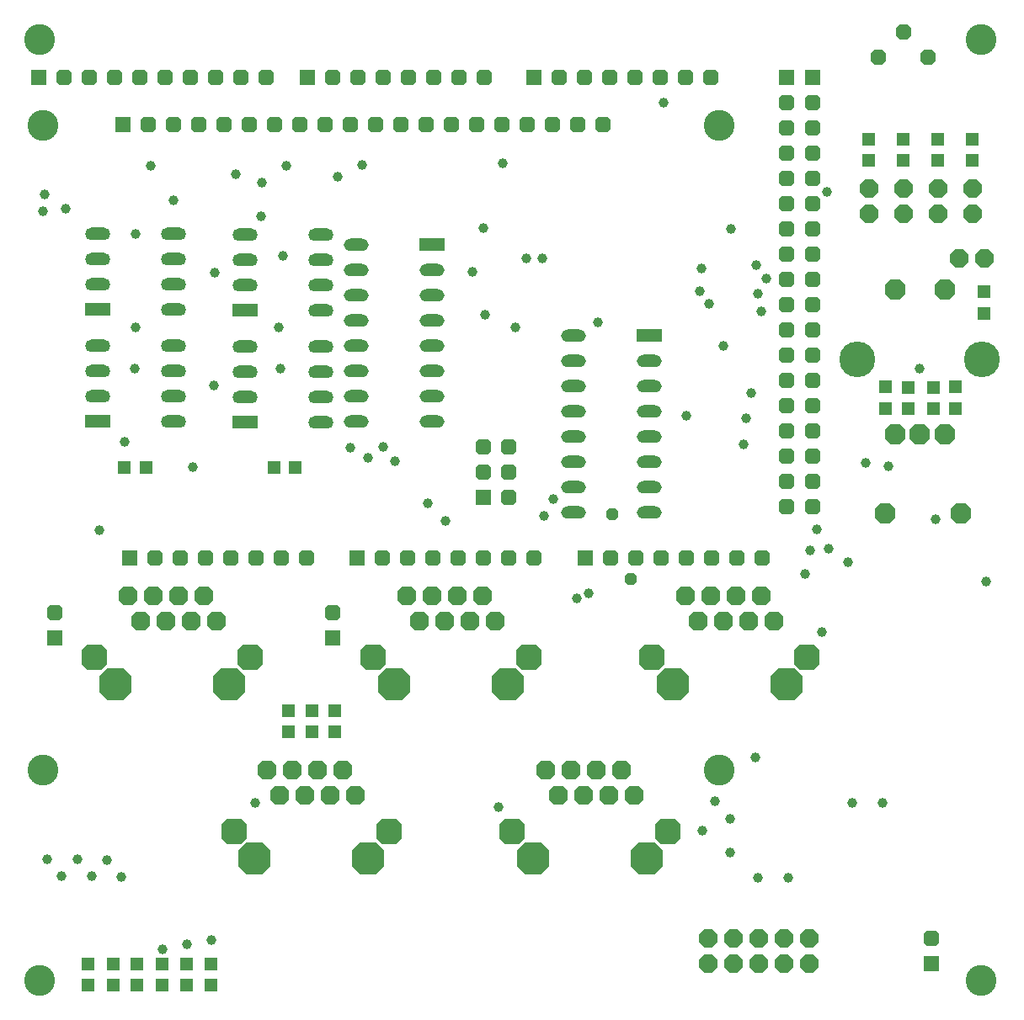
<source format=gbs>
%FSLAX35Y35*%
%MOIN*%
%IN4=Loetstoppmaskeunten(X.GBS)*%
%ADD10C,0.00591*%
%ADD11C,0.00512*%
%ADD12C,0.00614*%
%ADD13C,0.00768*%
%ADD14C,0.00787*%
%ADD15C,0.01181*%
%ADD16C,0.01280*%
%ADD17C,0.01575*%
%ADD18C,0.01969*%
%ADD19C,0.02362*%
%ADD20C,0.02795*%
%ADD21C,0.03937*%
%ADD22C,0.12205*%
%ADD23C,0.13780*%
%ADD24C,0.14173*%
%AMR_25*21,1,0.00787,0.00787,0,0,0.000*%
%ADD25R_25*%
%AMR_26*21,1,0.01575,0.01575,0,0,0.000*%
%ADD26R_26*%
%AMR_27*21,1,0.01870,0.01870,0,0,0.000*%
%ADD27R_27*%
%AMR_28*21,1,0.01969,0.01969,0,0,0.000*%
%ADD28R_28*%
%AMR_29*21,1,0.02559,0.02559,0,0,0.000*%
%ADD29R_29*%
%AMR_30*21,1,0.04587,0.05433,0,0,90.000*%
%ADD30R_30*%
%AMR_31*21,1,0.05000,0.05000,0,0,0.000*%
%ADD31R_31*%
%AMR_32*21,1,0.05000,0.05000,0,0,90.000*%
%ADD32R_32*%
%AMR_33*21,1,0.05000,0.05000,0,0,270.000*%
%ADD33R_33*%
%AMR_34*21,1,0.05000,0.09843,0,0,270.000*%
%ADD34R_34*%
%AMR_35*21,1,0.05000,0.10000,0,0,90.000*%
%ADD35R_35*%
%AMR_36*21,1,0.12205,0.05118,0,0,90.000*%
%ADD36R_36*%
%AMR_37*21,1,0.12205,0.05118,0,0,180.000*%
%ADD37R_37*%
%AMR_38*21,1,0.19685,0.19685,0,0,0.000*%
%ADD38R_38*%
%AMOCT_39*4,1,8,0.023622,0.011811,0.011811,0.023622,-0.011811,0.023622,-0.023622,0.011811,-0.023622,-0.011811,-0.011811,-0.023622,0.011811,-0.023622,0.023622,-0.011811,0.023622,0.011811,0.000*%
%ADD39OCT_39*%
%AMOCT_40*4,1,8,0.029528,0.014764,0.014764,0.029528,-0.014764,0.029528,-0.029528,0.014764,-0.029528,-0.014764,-0.014764,-0.029528,0.014764,-0.029528,0.029528,-0.014764,0.029528,0.014764,0.000*%
%ADD40OCT_40*%
%AMOCT_41*4,1,8,0.031496,0.015748,0.015748,0.031496,-0.015748,0.031496,-0.031496,0.015748,-0.031496,-0.015748,-0.015748,-0.031496,0.015748,-0.031496,0.031496,-0.015748,0.031496,0.015748,-0.000*%
%ADD41OCT_41*%
%AMOCT_42*4,1,8,0.031496,0.015748,0.015748,0.031496,-0.015748,0.031496,-0.031496,0.015748,-0.031496,-0.015748,-0.015748,-0.031496,0.015748,-0.031496,0.031496,-0.015748,0.031496,0.015748,90.000*%
%ADD42OCT_42*%
%AMOCT_43*4,1,8,0.031496,0.015748,0.015748,0.031496,-0.015748,0.031496,-0.031496,0.015748,-0.031496,-0.015748,-0.015748,-0.031496,0.015748,-0.031496,0.031496,-0.015748,0.031496,0.015748,270.000*%
%ADD43OCT_43*%
%AMOCT_44*4,1,8,0.035433,0.017717,0.017717,0.035433,-0.017717,0.035433,-0.035433,0.017717,-0.035433,-0.017717,-0.017717,-0.035433,0.017717,-0.035433,0.035433,-0.017717,0.035433,0.017717,-0.000*%
%ADD44OCT_44*%
%AMOCT_45*4,1,8,0.035433,0.017717,0.017717,0.035433,-0.017717,0.035433,-0.035433,0.017717,-0.035433,-0.017717,-0.017717,-0.035433,0.017717,-0.035433,0.035433,-0.017717,0.035433,0.017717,180.000*%
%ADD45OCT_45*%
%AMOCT_46*4,1,8,0.035433,0.017717,0.017717,0.035433,-0.017717,0.035433,-0.035433,0.017717,-0.035433,-0.017717,-0.017717,-0.035433,0.017717,-0.035433,0.035433,-0.017717,0.035433,0.017717,270.000*%
%ADD46OCT_46*%
%AMOCT_47*4,1,8,0.037402,0.018701,0.018701,0.037402,-0.018701,0.037402,-0.037402,0.018701,-0.037402,-0.018701,-0.018701,-0.037402,0.018701,-0.037402,0.037402,-0.018701,0.037402,0.018701,180.000*%
%ADD47OCT_47*%
%AMOCT_48*4,1,8,0.039370,0.019685,0.019685,0.039370,-0.019685,0.039370,-0.039370,0.019685,-0.039370,-0.019685,-0.019685,-0.039370,0.019685,-0.039370,0.039370,-0.019685,0.039370,0.019685,0.000*%
%ADD48OCT_48*%
%AMOCT_49*4,1,8,0.051181,0.025591,0.025591,0.051181,-0.025591,0.051181,-0.051181,0.025591,-0.051181,-0.025591,-0.025591,-0.051181,0.025591,-0.051181,0.051181,-0.025591,0.051181,0.025591,180.000*%
%ADD49OCT_49*%
%AMOCT_50*4,1,8,0.063976,0.031988,0.031988,0.063976,-0.031988,0.063976,-0.063976,0.031988,-0.063976,-0.031988,-0.031988,-0.063976,0.031988,-0.063976,0.063976,-0.031988,0.063976,0.031988,180.000*%
%ADD50OCT_50*%
%AMO_51*20,1,0.03937,-0.00787,0.00000,0.00787,0.00000,0*1,1,0.03937,-0.00787,0.00000*1,1,0.03937,0.00787,0.00000*%
%ADD51O_51*%
%AMO_52*20,1,0.05000,-0.02421,0.00000,0.02421,0.00000,0*1,1,0.05000,-0.02421,0.00000*1,1,0.05000,0.02421,0.00000*%
%ADD52O_52*%
%AMO_53*20,1,0.05000,0.02500,0.00000,-0.02500,0.00000,0*1,1,0.05000,0.02500,0.00000*1,1,0.05000,-0.02500,0.00000*%
%ADD53O_53*%
%AMRR_54*21,1,0.06299,0.05039,0,0,-0.000*21,1,0.05039,0.06299,0,0,-0.000*1,1,0.01260,0.02520,0.02520*1,1,0.01260,-0.02520,-0.02520*1,1,0.01260,0.02520,-0.02520*1,1,0.01260,-0.02520,0.02520*%
%ADD54RR_54*%
%AMRR_55*21,1,0.06299,0.05039,0,0,90.000*21,1,0.05039,0.06299,0,0,90.000*1,1,0.01260,-0.02520,0.02520*1,1,0.01260,0.02520,-0.02520*1,1,0.01260,0.02520,0.02520*1,1,0.01260,-0.02520,-0.02520*%
%ADD55RR_55*%
%AMRR_56*21,1,0.06299,0.05039,0,0,270.000*21,1,0.05039,0.06299,0,0,270.000*1,1,0.01260,0.02520,-0.02520*1,1,0.01260,-0.02520,0.02520*1,1,0.01260,-0.02520,-0.02520*1,1,0.01260,0.02520,0.02520*%
%ADD56RR_56*%
G54D21*
X192165Y79320D03*
X48661Y306289D03*
X48267Y252942D03*
X186259Y308651D03*
X186850Y274202D03*
X106732Y297627D03*
X105944Y252942D03*
X63425Y319675D03*
X231535Y271250D03*
X358897Y252942D03*
X365196Y193297D03*
X385275Y168690D03*
X332322Y80895D03*
X344133Y80895D03*
X320118Y148612D03*
X95708Y80895D03*
X198858Y269084D03*
X48464Y269084D03*
X105157Y269084D03*
X79763Y290738D03*
X79566Y246250D03*
X44330Y224005D03*
X193740Y334045D03*
X294133Y293887D03*
X298070Y288375D03*
X257519Y358061D03*
X330354Y176171D03*
X322874Y181683D03*
X337440Y215541D03*
X315393Y180895D03*
X318149Y189163D03*
X34291Y188769D03*
X181929Y291131D03*
X171299Y192706D03*
X164212Y199399D03*
X140590Y217509D03*
X146496Y221840D03*
X322086Y323021D03*
X271692Y283651D03*
X275629Y278533D03*
X272480Y292706D03*
X133503Y221446D03*
X88228Y329714D03*
X12637Y321840D03*
X98070Y313179D03*
X20905Y316328D03*
X13425Y58454D03*
X25629Y58454D03*
X37047Y58061D03*
X98464Y326564D03*
X11850Y315147D03*
X284291Y308061D03*
X346496Y214360D03*
X289015Y223021D03*
X290196Y233257D03*
X151220Y216328D03*
X296102Y275383D03*
X294921Y282470D03*
X281141Y261998D03*
X266574Y234045D03*
X292165Y243100D03*
X71299Y213966D03*
X19330Y51958D03*
X59094Y23021D03*
X68937Y24990D03*
X78385Y26564D03*
X42952Y51564D03*
X54370Y333257D03*
X108307Y333257D03*
X31141Y51761D03*
X227992Y163966D03*
X138228Y333651D03*
X209488Y296643D03*
X213818Y201368D03*
X128385Y328927D03*
X203188Y296643D03*
X210275Y194675D03*
X223267Y161998D03*
X277992Y81683D03*
X272874Y69872D03*
X283897Y61210D03*
X283897Y74596D03*
X306732Y51368D03*
X294921Y51368D03*
X313425Y171446D03*
X293740Y99005D03*
G54D22*
X11742Y93759D03*
X11742Y349350D03*
X279458Y93759D03*
X383100Y10600D03*
X10600Y10600D03*
X10600Y383100D03*
X383100Y383100D03*
X279458Y349350D03*
G54D24*
X334291Y256486D03*
X383503Y256486D03*
G54D31*
X111785Y213572D03*
X103385Y213572D03*
X52730Y213572D03*
X44330Y213572D03*
G54D32*
X338818Y343626D03*
X338818Y335226D03*
X352401Y343626D03*
X352401Y335226D03*
X366181Y343626D03*
X366181Y335226D03*
X379960Y343626D03*
X379960Y335226D03*
X109094Y117248D03*
X109094Y108848D03*
X118346Y117248D03*
X118346Y108848D03*
X127598Y117248D03*
X127598Y108848D03*
X373267Y245398D03*
X373267Y236998D03*
X345511Y245398D03*
X345511Y236998D03*
G54D33*
X384488Y274661D03*
X384488Y283061D03*
X49251Y8519D03*
X49251Y16919D03*
X39803Y8519D03*
X39803Y16919D03*
X29960Y8519D03*
X29960Y16919D03*
X364409Y236865D03*
X364409Y245265D03*
X354566Y236865D03*
X354566Y245265D03*
X78385Y8519D03*
X78385Y16919D03*
X68937Y8519D03*
X68937Y16919D03*
X59094Y8519D03*
X59094Y16919D03*
G54D34*
X165984Y301761D03*
X252007Y265935D03*
G54D35*
X91771Y231683D03*
X91771Y275974D03*
X33503Y231879D03*
X33503Y276171D03*
G54D39*
X244527Y169478D03*
X237047Y195068D03*
G54D40*
X342559Y376368D03*
X352401Y386368D03*
X362244Y376368D03*
G54D41*
X20275Y368100D03*
X30275Y368100D03*
X40275Y368100D03*
X50275Y368100D03*
X60275Y368100D03*
X70275Y368100D03*
X80275Y368100D03*
X90275Y368100D03*
X100275Y368100D03*
X56299Y177942D03*
X66299Y177942D03*
X76299Y177942D03*
X86299Y177942D03*
X96299Y177942D03*
X106299Y177942D03*
X116299Y177942D03*
X146259Y177942D03*
X156259Y177942D03*
X166259Y177942D03*
X176259Y177942D03*
X186259Y177942D03*
X196259Y177942D03*
X206259Y177942D03*
X236417Y177942D03*
X246417Y177942D03*
X256417Y177942D03*
X266417Y177942D03*
X276417Y177942D03*
X286417Y177942D03*
X296417Y177942D03*
X216338Y368100D03*
X226338Y368100D03*
X236338Y368100D03*
X246338Y368100D03*
X256338Y368100D03*
X266338Y368100D03*
X276338Y368100D03*
X126377Y368100D03*
X136377Y368100D03*
X146377Y368100D03*
X156377Y368100D03*
X166377Y368100D03*
X176377Y368100D03*
X186377Y368100D03*
X53346Y349399D03*
X63346Y349399D03*
X73346Y349399D03*
X83346Y349399D03*
X93346Y349399D03*
X103346Y349399D03*
X113346Y349399D03*
X123346Y349399D03*
X133346Y349399D03*
X143346Y349399D03*
X153346Y349399D03*
X163346Y349399D03*
X173346Y349399D03*
X183346Y349399D03*
X193346Y349399D03*
X203346Y349399D03*
X213346Y349399D03*
X223346Y349399D03*
X233346Y349399D03*
G54D42*
X126417Y156250D03*
X196062Y201958D03*
X186062Y211958D03*
X196062Y211958D03*
X186062Y221958D03*
X196062Y221958D03*
X16574Y156250D03*
X363425Y27116D03*
G54D43*
X306338Y358100D03*
X306338Y348100D03*
X306338Y338100D03*
X306338Y328100D03*
X306338Y318100D03*
X306338Y308100D03*
X306338Y298100D03*
X306338Y288100D03*
X306338Y278100D03*
X306338Y268100D03*
X306338Y258100D03*
X306338Y248100D03*
X306338Y238100D03*
X306338Y228100D03*
X306338Y218100D03*
X306338Y208100D03*
X306338Y198100D03*
X316377Y358100D03*
X316377Y348100D03*
X316377Y338100D03*
X316377Y328100D03*
X316377Y318100D03*
X316377Y308100D03*
X316377Y298100D03*
X316377Y288100D03*
X316377Y278100D03*
X316377Y268100D03*
X316377Y258100D03*
X316377Y248100D03*
X316377Y238100D03*
X316377Y228100D03*
X316377Y218100D03*
X316377Y208100D03*
X316377Y198100D03*
G54D44*
X275236Y27155D03*
X275236Y17155D03*
X285236Y27155D03*
X285236Y17155D03*
X295236Y27155D03*
X295236Y17155D03*
X305236Y17155D03*
X305236Y27155D03*
X315236Y27155D03*
X315236Y17155D03*
G54D45*
X384488Y296446D03*
X374488Y296446D03*
G54D46*
X338818Y324202D03*
X338818Y314202D03*
X352401Y324202D03*
X352401Y314202D03*
X366181Y324202D03*
X366181Y314202D03*
X379960Y324202D03*
X379960Y314202D03*
G54D47*
X190787Y152746D03*
X185787Y162746D03*
X180787Y152746D03*
X175787Y162746D03*
X170787Y152746D03*
X165787Y162746D03*
X160787Y152746D03*
X155787Y162746D03*
X301023Y152746D03*
X296023Y162746D03*
X291023Y152746D03*
X286023Y162746D03*
X281023Y152746D03*
X276023Y162746D03*
X271023Y152746D03*
X266023Y162746D03*
X135669Y83848D03*
X130669Y93848D03*
X125669Y83848D03*
X120669Y93848D03*
X115669Y83848D03*
X110669Y93848D03*
X105669Y83848D03*
X100669Y93848D03*
X245905Y83848D03*
X240905Y93848D03*
X235905Y83848D03*
X230905Y93848D03*
X225905Y83848D03*
X220905Y93848D03*
X215905Y83848D03*
X210905Y93848D03*
X80551Y152746D03*
X75551Y162746D03*
X70551Y152746D03*
X65551Y162746D03*
X60551Y152746D03*
X55551Y162746D03*
X50551Y152746D03*
X45551Y162746D03*
G54D48*
X349055Y226958D03*
X358897Y226958D03*
X368740Y226958D03*
X349055Y284045D03*
X368740Y284045D03*
X345314Y195659D03*
X375314Y195659D03*
G54D49*
X142480Y138572D03*
X204094Y138572D03*
X252716Y138572D03*
X314330Y138572D03*
X87362Y69675D03*
X148976Y69675D03*
X197598Y69675D03*
X259212Y69675D03*
X32244Y138572D03*
X93858Y138572D03*
G54D50*
X195787Y127746D03*
X150787Y127746D03*
X306023Y127746D03*
X261023Y127746D03*
X140669Y58848D03*
X95669Y58848D03*
X250905Y58848D03*
X205905Y58848D03*
X85551Y127746D03*
X40551Y127746D03*
G54D52*
X165984Y291761D03*
X165984Y281761D03*
X165984Y271761D03*
X165984Y261761D03*
X165984Y251761D03*
X165984Y241761D03*
X165984Y231761D03*
X135984Y231761D03*
X135984Y241761D03*
X135984Y251761D03*
X135984Y261761D03*
X135984Y271761D03*
X135984Y281761D03*
X135984Y291761D03*
X135984Y301761D03*
X252007Y255935D03*
X252007Y245935D03*
X252007Y235935D03*
X252007Y225935D03*
X252007Y215935D03*
X252007Y205935D03*
X252007Y195935D03*
X222007Y195935D03*
X222007Y205935D03*
X222007Y215935D03*
X222007Y225935D03*
X222007Y235935D03*
X222007Y245935D03*
X222007Y255935D03*
X222007Y265935D03*
G54D53*
X91771Y241683D03*
X91771Y251683D03*
X91771Y261683D03*
X121771Y261683D03*
X121771Y251683D03*
X121771Y241683D03*
X121771Y231683D03*
X91771Y285974D03*
X91771Y295974D03*
X91771Y305974D03*
X121771Y305974D03*
X121771Y295974D03*
X121771Y285974D03*
X121771Y275974D03*
X33503Y241879D03*
X33503Y251879D03*
X33503Y261879D03*
X63503Y261879D03*
X63503Y251879D03*
X63503Y241879D03*
X63503Y231879D03*
X33503Y286171D03*
X33503Y296171D03*
X33503Y306171D03*
X63503Y306171D03*
X63503Y296171D03*
X63503Y286171D03*
X63503Y276171D03*
G54D54*
X10275Y368100D03*
X46299Y177942D03*
X136259Y177942D03*
X226417Y177942D03*
X206338Y368100D03*
X116377Y368100D03*
X43346Y349399D03*
G54D55*
X126417Y146250D03*
X186062Y201958D03*
X16574Y146250D03*
X363425Y17116D03*
G54D56*
X306338Y368100D03*
X316377Y368100D03*
M02*

</source>
